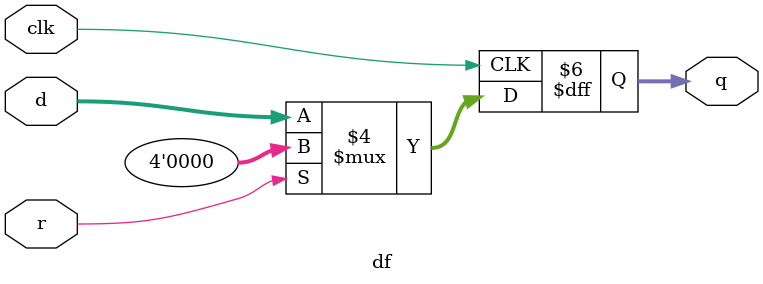
<source format=v>
`timescale 1ns / 1ps

module df( input [3:0] d, output reg [3:0] q, input r , input clk);
always @ (posedge clk) 

begin 
if (r == 1 ) 
	q <= 0 ; 
else 
	q <= d ; 

end 


endmodule

</source>
